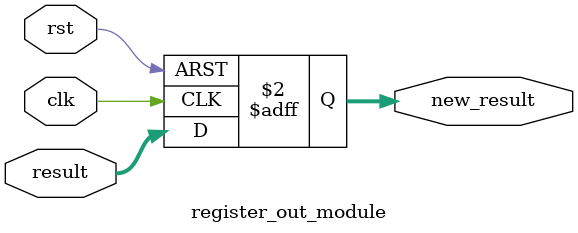
<source format=sv>
module register_out_module #(parameter N=4)
(
  input logic clk,
  input logic rst,
  input logic [N-1:0] result,
  output logic [N-1:0] new_result
);
	
  always_ff @(posedge clk, posedge rst)
    begin
      if (rst)
		  new_result= 4'b0000;
	   else
	     new_result = result;
	 end
			
endmodule 
</source>
